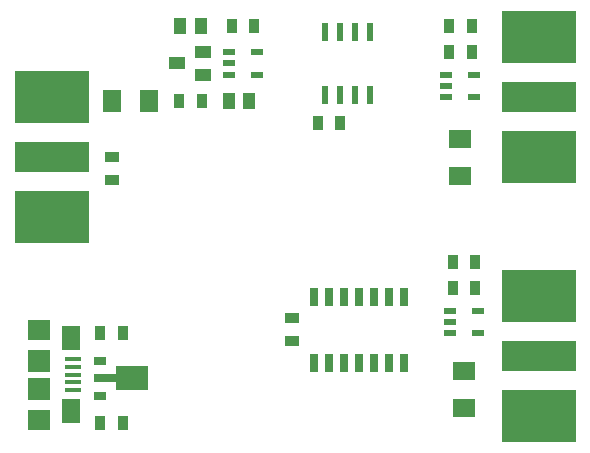
<source format=gtp>
G75*
%MOIN*%
%OFA0B0*%
%FSLAX25Y25*%
%IPPOS*%
%LPD*%
%AMOC8*
5,1,8,0,0,1.08239X$1,22.5*
%
%ADD10R,0.03543X0.05118*%
%ADD11R,0.05118X0.03543*%
%ADD12R,0.03937X0.02362*%
%ADD13R,0.02559X0.05906*%
%ADD14R,0.02165X0.05906*%
%ADD15R,0.04331X0.02756*%
%ADD16R,0.18110X0.02756*%
%ADD17R,0.10827X0.07874*%
%ADD18R,0.25000X0.10000*%
%ADD19R,0.25000X0.17500*%
%ADD20R,0.06299X0.07480*%
%ADD21R,0.04331X0.05512*%
%ADD22R,0.07480X0.06299*%
%ADD23R,0.07480X0.07087*%
%ADD24R,0.07480X0.07480*%
%ADD25R,0.06299X0.08268*%
%ADD26R,0.05315X0.01575*%
%ADD27R,0.05512X0.03937*%
D10*
X0092860Y0019833D03*
X0100340Y0019833D03*
X0100340Y0049833D03*
X0092860Y0049833D03*
X0165360Y0119833D03*
X0172840Y0119833D03*
X0209110Y0143583D03*
X0216590Y0143583D03*
X0216590Y0152333D03*
X0209110Y0152333D03*
X0144090Y0152333D03*
X0136610Y0152333D03*
X0126590Y0127333D03*
X0119110Y0127333D03*
X0210360Y0073583D03*
X0217840Y0073583D03*
X0217840Y0064833D03*
X0210360Y0064833D03*
D11*
X0156600Y0054823D03*
X0156600Y0047343D03*
X0096600Y0101093D03*
X0096600Y0108573D03*
D12*
X0135626Y0136093D03*
X0135626Y0139833D03*
X0135626Y0143573D03*
X0145074Y0143573D03*
X0145074Y0136093D03*
X0208126Y0136073D03*
X0208126Y0132333D03*
X0208126Y0128593D03*
X0217574Y0128593D03*
X0217574Y0136073D03*
X0218824Y0057323D03*
X0209376Y0057323D03*
X0209376Y0053583D03*
X0209376Y0049843D03*
X0218824Y0049843D03*
D13*
X0194100Y0040060D03*
X0189100Y0040060D03*
X0184100Y0040060D03*
X0179100Y0040060D03*
X0174100Y0040060D03*
X0169100Y0040060D03*
X0164100Y0040060D03*
X0164100Y0062107D03*
X0169100Y0062107D03*
X0174100Y0062107D03*
X0179100Y0062107D03*
X0184100Y0062107D03*
X0189100Y0062107D03*
X0194100Y0062107D03*
D14*
X0182850Y0129203D03*
X0177850Y0129203D03*
X0172850Y0129203D03*
X0167850Y0129203D03*
X0167850Y0150463D03*
X0172850Y0150463D03*
X0177850Y0150463D03*
X0182850Y0150463D03*
D15*
X0092850Y0040739D03*
X0092850Y0034833D03*
X0092850Y0028928D03*
D16*
X0099740Y0034833D03*
D17*
X0103283Y0034833D03*
D18*
X0076600Y0108583D03*
X0239100Y0128583D03*
X0239100Y0042333D03*
D19*
X0239100Y0022333D03*
X0239100Y0062333D03*
X0239100Y0108583D03*
X0239100Y0148583D03*
X0076600Y0128583D03*
X0076600Y0088583D03*
D20*
X0096748Y0127333D03*
X0108952Y0127333D03*
D21*
X0135655Y0127333D03*
X0142545Y0127333D03*
X0126295Y0152333D03*
X0119405Y0152333D03*
D22*
X0212850Y0114686D03*
X0212850Y0102481D03*
X0214100Y0037186D03*
X0214100Y0024981D03*
D23*
X0072309Y0021123D03*
X0072309Y0051044D03*
D24*
X0072309Y0040808D03*
X0072309Y0031359D03*
D25*
X0083135Y0023878D03*
X0083135Y0048288D03*
D26*
X0083628Y0041201D03*
X0083628Y0038642D03*
X0083628Y0036083D03*
X0083628Y0033524D03*
X0083628Y0030965D03*
D27*
X0127181Y0136093D03*
X0118519Y0139833D03*
X0127181Y0143573D03*
M02*

</source>
